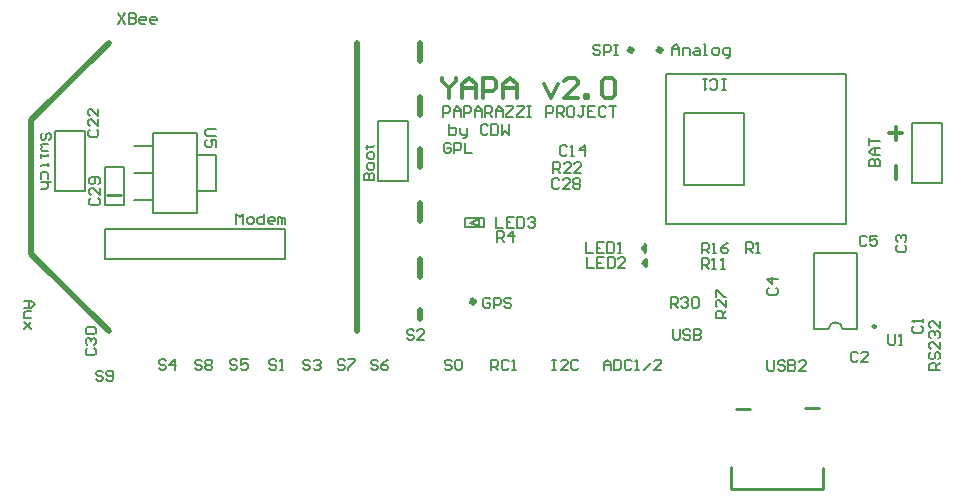
<source format=gto>
%FSAX24Y24*%
%MOIN*%
G70*
G01*
G75*
G04 Layer_Color=65535*
%ADD10R,0.0433X0.0394*%
%ADD11R,0.0394X0.0433*%
%ADD12R,0.0315X0.0315*%
%ADD13R,0.0846X0.0157*%
%ADD14R,0.0846X0.0157*%
%ADD15R,0.0472X0.0472*%
%ADD16R,0.0591X0.1299*%
%ADD17R,0.0591X0.0394*%
%ADD18R,0.0197X0.0886*%
%ADD19R,0.0807X0.1575*%
%ADD20R,0.0807X0.1378*%
%ADD21R,0.0807X0.1378*%
%ADD22R,0.0315X0.0591*%
%ADD23R,0.0591X0.0512*%
%ADD24C,0.0100*%
%ADD25C,0.0150*%
%ADD26C,0.0080*%
%ADD27C,0.0350*%
%ADD28C,0.0250*%
%ADD29C,0.0200*%
%ADD30C,0.0591*%
%ADD31R,0.0591X0.0591*%
%ADD32R,0.0591X0.0591*%
%ADD33P,0.2131X8X22.5*%
%ADD34C,0.0700*%
%ADD35O,0.0551X0.0591*%
%ADD36C,0.0500*%
%ADD37C,0.0472*%
%ADD38C,0.0315*%
%ADD39C,0.0276*%
%ADD40C,0.0350*%
%ADD41C,0.0354*%
%ADD42R,0.0787X0.0945*%
%ADD43R,0.0472X0.0354*%
%ADD44O,0.0551X0.0110*%
%ADD45R,0.0551X0.0110*%
%ADD46O,0.0110X0.0551*%
%ADD47O,0.0551X0.0110*%
%ADD48R,0.0433X0.0157*%
%ADD49O,0.0433X0.0157*%
%ADD50R,0.0315X0.0354*%
%ADD51R,0.0354X0.0236*%
%ADD52C,0.0070*%
%ADD53C,0.0090*%
%ADD54C,0.0098*%
%ADD55C,0.0079*%
%ADD56C,0.0050*%
%ADD57C,0.0197*%
%ADD58C,0.0120*%
D24*
X045880Y021730D02*
X046000Y021610D01*
Y021850D01*
X045880Y021730D02*
X046000Y021850D01*
X045890Y021240D02*
X046010Y021120D01*
Y021360D01*
X045890Y021240D02*
X046010Y021360D01*
X028054Y023514D02*
X028526D01*
X051925Y013713D02*
Y014385D01*
X048855Y013713D02*
Y014415D01*
Y013713D02*
X051925D01*
X049010Y016380D02*
X049480D01*
X051310Y016400D02*
X051780D01*
D29*
X040290Y019940D02*
G03*
X040290Y019940I-000045J000000D01*
G01*
X046520Y028330D02*
G03*
X046520Y028330I-000046J000000D01*
G01*
X045550D02*
G03*
X045550Y028330I-000045J000000D01*
G01*
D52*
X032370Y022530D02*
Y022880D01*
X032487Y022763D01*
X032603Y022880D01*
Y022530D01*
X032778D02*
X032895D01*
X032953Y022588D01*
Y022705D01*
X032895Y022763D01*
X032778D01*
X032720Y022705D01*
Y022588D01*
X032778Y022530D01*
X033303Y022880D02*
Y022530D01*
X033128D01*
X033070Y022588D01*
Y022705D01*
X033128Y022763D01*
X033303D01*
X033595Y022530D02*
X033478D01*
X033420Y022588D01*
Y022705D01*
X033478Y022763D01*
X033595D01*
X033653Y022705D01*
Y022647D01*
X033420D01*
X033770Y022530D02*
Y022763D01*
X033828D01*
X033886Y022705D01*
Y022530D01*
Y022705D01*
X033944Y022763D01*
X034003Y022705D01*
Y022530D01*
X036620Y023990D02*
X036970D01*
Y024165D01*
X036912Y024223D01*
X036853D01*
X036795Y024165D01*
Y023990D01*
Y024165D01*
X036737Y024223D01*
X036678D01*
X036620Y024165D01*
Y023990D01*
X036970Y024398D02*
Y024515D01*
X036912Y024573D01*
X036795D01*
X036737Y024515D01*
Y024398D01*
X036795Y024340D01*
X036912D01*
X036970Y024398D01*
Y024748D02*
Y024865D01*
X036912Y024923D01*
X036795D01*
X036737Y024865D01*
Y024748D01*
X036795Y024690D01*
X036912D01*
X036970Y024748D01*
X036678Y025098D02*
X036737D01*
Y025040D01*
Y025156D01*
Y025098D01*
X036912D01*
X036970Y025156D01*
X054100Y018860D02*
Y018568D01*
X054158Y018510D01*
X054275D01*
X054333Y018568D01*
Y018860D01*
X054450Y018510D02*
X054567D01*
X054508D01*
Y018860D01*
X054450Y018802D01*
X047890Y021560D02*
Y021910D01*
X048065D01*
X048123Y021852D01*
Y021735D01*
X048065Y021677D01*
X047890D01*
X048007D02*
X048123Y021560D01*
X048240D02*
X048357D01*
X048298D01*
Y021910D01*
X048240Y021852D01*
X048765Y021910D02*
X048648Y021852D01*
X048531Y021735D01*
Y021618D01*
X048590Y021560D01*
X048706D01*
X048765Y021618D01*
Y021677D01*
X048706Y021735D01*
X048531D01*
X047880Y021040D02*
Y021390D01*
X048055D01*
X048113Y021332D01*
Y021215D01*
X048055Y021157D01*
X047880D01*
X047997D02*
X048113Y021040D01*
X048230D02*
X048347D01*
X048288D01*
Y021390D01*
X048230Y021332D01*
X048521Y021040D02*
X048638D01*
X048580D01*
Y021390D01*
X048521Y021332D01*
X049350Y021570D02*
Y021920D01*
X049525D01*
X049583Y021862D01*
Y021745D01*
X049525Y021687D01*
X049350D01*
X049467D02*
X049583Y021570D01*
X049700D02*
X049817D01*
X049758D01*
Y021920D01*
X049700Y021862D01*
X044040Y021420D02*
Y021070D01*
X044273D01*
X044623Y021420D02*
X044390D01*
Y021070D01*
X044623D01*
X044390Y021245D02*
X044507D01*
X044740Y021420D02*
Y021070D01*
X044915D01*
X044973Y021128D01*
Y021362D01*
X044915Y021420D01*
X044740D01*
X045323Y021070D02*
X045090D01*
X045323Y021303D01*
Y021362D01*
X045265Y021420D01*
X045148D01*
X045090Y021362D01*
X044030Y021920D02*
Y021570D01*
X044263D01*
X044613Y021920D02*
X044380D01*
Y021570D01*
X044613D01*
X044380Y021745D02*
X044497D01*
X044730Y021920D02*
Y021570D01*
X044905D01*
X044963Y021628D01*
Y021862D01*
X044905Y021920D01*
X044730D01*
X045080Y021570D02*
X045196D01*
X045138D01*
Y021920D01*
X045080Y021862D01*
X053373Y022082D02*
X053315Y022140D01*
X053198D01*
X053140Y022082D01*
Y021848D01*
X053198Y021790D01*
X053315D01*
X053373Y021848D01*
X053723Y022140D02*
X053490D01*
Y021965D01*
X053607Y022023D01*
X053665D01*
X053723Y021965D01*
Y021848D01*
X053665Y021790D01*
X053548D01*
X053490Y021848D01*
X054408Y021823D02*
X054350Y021765D01*
Y021648D01*
X054408Y021590D01*
X054642D01*
X054700Y021648D01*
Y021765D01*
X054642Y021823D01*
X054408Y021940D02*
X054350Y021998D01*
Y022115D01*
X054408Y022173D01*
X054467D01*
X054525Y022115D01*
Y022057D01*
Y022115D01*
X054583Y022173D01*
X054642D01*
X054700Y022115D01*
Y021998D01*
X054642Y021940D01*
X053083Y018222D02*
X053025Y018280D01*
X052908D01*
X052850Y018222D01*
Y017988D01*
X052908Y017930D01*
X053025D01*
X053083Y017988D01*
X053433Y017930D02*
X053200D01*
X053433Y018163D01*
Y018222D01*
X053375Y018280D01*
X053258D01*
X053200Y018222D01*
X054948Y019133D02*
X054890Y019075D01*
Y018958D01*
X054948Y018900D01*
X055182D01*
X055240Y018958D01*
Y019075D01*
X055182Y019133D01*
X055240Y019250D02*
Y019367D01*
Y019308D01*
X054890D01*
X054948Y019250D01*
X050118Y020413D02*
X050060Y020355D01*
Y020238D01*
X050118Y020180D01*
X050352D01*
X050410Y020238D01*
Y020355D01*
X050352Y020413D01*
X050410Y020705D02*
X050060D01*
X050235Y020530D01*
Y020763D01*
X040855Y017660D02*
Y018010D01*
X041030D01*
X041088Y017952D01*
Y017835D01*
X041030Y017777D01*
X040855D01*
X040972D02*
X041088Y017660D01*
X041438Y017952D02*
X041380Y018010D01*
X041263D01*
X041205Y017952D01*
Y017718D01*
X041263Y017660D01*
X041380D01*
X041438Y017718D01*
X041555Y017660D02*
X041671D01*
X041613D01*
Y018010D01*
X041555Y017952D01*
X039543D02*
X039485Y018010D01*
X039368D01*
X039310Y017952D01*
Y017893D01*
X039368Y017835D01*
X039485D01*
X039543Y017777D01*
Y017718D01*
X039485Y017660D01*
X039368D01*
X039310Y017718D01*
X039660Y017952D02*
X039718Y018010D01*
X039835D01*
X039893Y017952D01*
Y017718D01*
X039835Y017660D01*
X039718D01*
X039660Y017718D01*
Y017952D01*
X038283Y018962D02*
X038225Y019020D01*
X038108D01*
X038050Y018962D01*
Y018903D01*
X038108Y018845D01*
X038225D01*
X038283Y018787D01*
Y018728D01*
X038225Y018670D01*
X038108D01*
X038050Y018728D01*
X038633Y018670D02*
X038400D01*
X038633Y018903D01*
Y018962D01*
X038575Y019020D01*
X038458D01*
X038400Y018962D01*
X042890Y018010D02*
X043007D01*
X042948D01*
Y017660D01*
X042890D01*
X043007D01*
X043415D02*
X043182D01*
X043415Y017893D01*
Y017952D01*
X043357Y018010D01*
X043240D01*
X043182Y017952D01*
X043765D02*
X043706Y018010D01*
X043590D01*
X043531Y017952D01*
Y017718D01*
X043590Y017660D01*
X043706D01*
X043765Y017718D01*
X041060Y021940D02*
Y022290D01*
X041235D01*
X041293Y022232D01*
Y022115D01*
X041235Y022057D01*
X041060D01*
X041177D02*
X041293Y021940D01*
X041585D02*
Y022290D01*
X041410Y022115D01*
X041643D01*
X043133Y023992D02*
X043075Y024050D01*
X042958D01*
X042900Y023992D01*
Y023758D01*
X042958Y023700D01*
X043075D01*
X043133Y023758D01*
X043483Y023700D02*
X043250D01*
X043483Y023933D01*
Y023992D01*
X043425Y024050D01*
X043308D01*
X043250Y023992D01*
X043600D02*
X043658Y024050D01*
X043775D01*
X043833Y023992D01*
Y023933D01*
X043775Y023875D01*
X043833Y023817D01*
Y023758D01*
X043775Y023700D01*
X043658D01*
X043600Y023758D01*
Y023817D01*
X043658Y023875D01*
X043600Y023933D01*
Y023992D01*
X043658Y023875D02*
X043775D01*
X042930Y024240D02*
Y024590D01*
X043105D01*
X043163Y024532D01*
Y024415D01*
X043105Y024357D01*
X042930D01*
X043047D02*
X043163Y024240D01*
X043513D02*
X043280D01*
X043513Y024473D01*
Y024532D01*
X043455Y024590D01*
X043338D01*
X043280Y024532D01*
X043863Y024240D02*
X043630D01*
X043863Y024473D01*
Y024532D01*
X043805Y024590D01*
X043688D01*
X043630Y024532D01*
X046890Y028180D02*
Y028413D01*
X047007Y028530D01*
X047123Y028413D01*
Y028180D01*
Y028355D01*
X046890D01*
X047240Y028180D02*
Y028413D01*
X047415D01*
X047473Y028355D01*
Y028180D01*
X047648Y028413D02*
X047765D01*
X047823Y028355D01*
Y028180D01*
X047648D01*
X047590Y028238D01*
X047648Y028297D01*
X047823D01*
X047940Y028180D02*
X048056D01*
X047998D01*
Y028530D01*
X047940D01*
X048290Y028180D02*
X048406D01*
X048464Y028238D01*
Y028355D01*
X048406Y028413D01*
X048290D01*
X048231Y028355D01*
Y028238D01*
X048290Y028180D01*
X048698Y028063D02*
X048756D01*
X048814Y028122D01*
Y028413D01*
X048639D01*
X048581Y028355D01*
Y028238D01*
X048639Y028180D01*
X048814D01*
X043393Y025102D02*
X043335Y025160D01*
X043218D01*
X043160Y025102D01*
Y024868D01*
X043218Y024810D01*
X043335D01*
X043393Y024868D01*
X043510Y024810D02*
X043627D01*
X043568D01*
Y025160D01*
X043510Y025102D01*
X043976Y024810D02*
Y025160D01*
X043801Y024985D01*
X044035D01*
X027913Y017582D02*
X027855Y017640D01*
X027738D01*
X027680Y017582D01*
Y017523D01*
X027738Y017465D01*
X027855D01*
X027913Y017407D01*
Y017348D01*
X027855Y017290D01*
X027738D01*
X027680Y017348D01*
X028030D02*
X028088Y017290D01*
X028205D01*
X028263Y017348D01*
Y017582D01*
X028205Y017640D01*
X028088D01*
X028030Y017582D01*
Y017523D01*
X028088Y017465D01*
X028263D01*
X030013Y017962D02*
X029955Y018020D01*
X029838D01*
X029780Y017962D01*
Y017903D01*
X029838Y017845D01*
X029955D01*
X030013Y017787D01*
Y017728D01*
X029955Y017670D01*
X029838D01*
X029780Y017728D01*
X030305Y017670D02*
Y018020D01*
X030130Y017845D01*
X030363D01*
X031213Y017952D02*
X031155Y018010D01*
X031038D01*
X030980Y017952D01*
Y017893D01*
X031038Y017835D01*
X031155D01*
X031213Y017777D01*
Y017718D01*
X031155Y017660D01*
X031038D01*
X030980Y017718D01*
X031330Y017952D02*
X031388Y018010D01*
X031505D01*
X031563Y017952D01*
Y017893D01*
X031505Y017835D01*
X031563Y017777D01*
Y017718D01*
X031505Y017660D01*
X031388D01*
X031330Y017718D01*
Y017777D01*
X031388Y017835D01*
X031330Y017893D01*
Y017952D01*
X031388Y017835D02*
X031505D01*
X032393Y017962D02*
X032335Y018020D01*
X032218D01*
X032160Y017962D01*
Y017903D01*
X032218Y017845D01*
X032335D01*
X032393Y017787D01*
Y017728D01*
X032335Y017670D01*
X032218D01*
X032160Y017728D01*
X032743Y018020D02*
X032510D01*
Y017845D01*
X032627Y017903D01*
X032685D01*
X032743Y017845D01*
Y017728D01*
X032685Y017670D01*
X032568D01*
X032510Y017728D01*
X033703Y017962D02*
X033645Y018020D01*
X033528D01*
X033470Y017962D01*
Y017903D01*
X033528Y017845D01*
X033645D01*
X033703Y017787D01*
Y017728D01*
X033645Y017670D01*
X033528D01*
X033470Y017728D01*
X033820Y017670D02*
X033937D01*
X033878D01*
Y018020D01*
X033820Y017962D01*
X035973D02*
X035915Y018020D01*
X035798D01*
X035740Y017962D01*
Y017903D01*
X035798Y017845D01*
X035915D01*
X035973Y017787D01*
Y017728D01*
X035915Y017670D01*
X035798D01*
X035740Y017728D01*
X036090Y018020D02*
X036323D01*
Y017962D01*
X036090Y017728D01*
Y017670D01*
X048690Y019400D02*
X048340D01*
Y019575D01*
X048398Y019633D01*
X048515D01*
X048573Y019575D01*
Y019400D01*
Y019517D02*
X048690Y019633D01*
Y019983D02*
Y019750D01*
X048457Y019983D01*
X048398D01*
X048340Y019925D01*
Y019808D01*
X048398Y019750D01*
X048340Y020100D02*
Y020333D01*
X048398D01*
X048632Y020100D01*
X048690D01*
X046840Y019740D02*
Y020090D01*
X047015D01*
X047073Y020032D01*
Y019915D01*
X047015Y019857D01*
X046840D01*
X046957D02*
X047073Y019740D01*
X047190Y020032D02*
X047248Y020090D01*
X047365D01*
X047423Y020032D01*
Y019973D01*
X047365Y019915D01*
X047307D01*
X047365D01*
X047423Y019857D01*
Y019798D01*
X047365Y019740D01*
X047248D01*
X047190Y019798D01*
X047540Y020032D02*
X047598Y020090D01*
X047715D01*
X047773Y020032D01*
Y019798D01*
X047715Y019740D01*
X047598D01*
X047540Y019798D01*
Y020032D01*
X027528Y023383D02*
X027470Y023325D01*
Y023208D01*
X027528Y023150D01*
X027762D01*
X027820Y023208D01*
Y023325D01*
X027762Y023383D01*
X027820Y023733D02*
Y023500D01*
X027587Y023733D01*
X027528D01*
X027470Y023675D01*
Y023558D01*
X027528Y023500D01*
X027762Y023850D02*
X027820Y023908D01*
Y024025D01*
X027762Y024083D01*
X027528D01*
X027470Y024025D01*
Y023908D01*
X027528Y023850D01*
X027587D01*
X027645Y023908D01*
Y024083D01*
X050070Y017990D02*
Y017698D01*
X050128Y017640D01*
X050245D01*
X050303Y017698D01*
Y017990D01*
X050653Y017932D02*
X050595Y017990D01*
X050478D01*
X050420Y017932D01*
Y017873D01*
X050478Y017815D01*
X050595D01*
X050653Y017757D01*
Y017698D01*
X050595Y017640D01*
X050478D01*
X050420Y017698D01*
X050770Y017990D02*
Y017640D01*
X050945D01*
X051003Y017698D01*
Y017757D01*
X050945Y017815D01*
X050770D01*
X050945D01*
X051003Y017873D01*
Y017932D01*
X050945Y017990D01*
X050770D01*
X051353Y017640D02*
X051120D01*
X051353Y017873D01*
Y017932D01*
X051295Y017990D01*
X051178D01*
X051120Y017932D01*
X028430Y029560D02*
X028663Y029210D01*
Y029560D02*
X028430Y029210D01*
X028780Y029560D02*
Y029210D01*
X028955D01*
X029013Y029268D01*
Y029327D01*
X028955Y029385D01*
X028780D01*
X028955D01*
X029013Y029443D01*
Y029502D01*
X028955Y029560D01*
X028780D01*
X029305Y029210D02*
X029188D01*
X029130Y029268D01*
Y029385D01*
X029188Y029443D01*
X029305D01*
X029363Y029385D01*
Y029327D01*
X029130D01*
X029655Y029210D02*
X029538D01*
X029480Y029268D01*
Y029385D01*
X029538Y029443D01*
X029655D01*
X029713Y029385D01*
Y029327D01*
X029480D01*
X044610Y017660D02*
Y017893D01*
X044727Y018010D01*
X044843Y017893D01*
Y017660D01*
Y017835D01*
X044610D01*
X044960Y018010D02*
Y017660D01*
X045135D01*
X045193Y017718D01*
Y017952D01*
X045135Y018010D01*
X044960D01*
X045543Y017952D02*
X045485Y018010D01*
X045368D01*
X045310Y017952D01*
Y017718D01*
X045368Y017660D01*
X045485D01*
X045543Y017718D01*
X045660Y017660D02*
X045776D01*
X045718D01*
Y018010D01*
X045660Y017952D01*
X045951Y017660D02*
X046184Y017893D01*
X046534Y017660D02*
X046301D01*
X046534Y017893D01*
Y017952D01*
X046476Y018010D01*
X046359D01*
X046301Y017952D01*
X055820Y017670D02*
X055470D01*
Y017845D01*
X055528Y017903D01*
X055645D01*
X055703Y017845D01*
Y017670D01*
Y017787D02*
X055820Y017903D01*
X055528Y018253D02*
X055470Y018195D01*
Y018078D01*
X055528Y018020D01*
X055587D01*
X055645Y018078D01*
Y018195D01*
X055703Y018253D01*
X055762D01*
X055820Y018195D01*
Y018078D01*
X055762Y018020D01*
X055820Y018603D02*
Y018370D01*
X055587Y018603D01*
X055528D01*
X055470Y018545D01*
Y018428D01*
X055528Y018370D01*
Y018720D02*
X055470Y018778D01*
Y018895D01*
X055528Y018953D01*
X055587D01*
X055645Y018895D01*
Y018836D01*
Y018895D01*
X055703Y018953D01*
X055762D01*
X055820Y018895D01*
Y018778D01*
X055762Y018720D01*
X055820Y019303D02*
Y019070D01*
X055587Y019303D01*
X055528D01*
X055470Y019244D01*
Y019128D01*
X055528Y019070D01*
X041030Y022760D02*
Y022410D01*
X041263D01*
X041613Y022760D02*
X041380D01*
Y022410D01*
X041613D01*
X041380Y022585D02*
X041497D01*
X041730Y022760D02*
Y022410D01*
X041905D01*
X041963Y022468D01*
Y022702D01*
X041905Y022760D01*
X041730D01*
X042080Y022702D02*
X042138Y022760D01*
X042255D01*
X042313Y022702D01*
Y022643D01*
X042255Y022585D01*
X042196D01*
X042255D01*
X042313Y022527D01*
Y022468D01*
X042255Y022410D01*
X042138D01*
X042080Y022468D01*
X027398Y018383D02*
X027340Y018325D01*
Y018208D01*
X027398Y018150D01*
X027632D01*
X027690Y018208D01*
Y018325D01*
X027632Y018383D01*
X027398Y018500D02*
X027340Y018558D01*
Y018675D01*
X027398Y018733D01*
X027457D01*
X027515Y018675D01*
Y018617D01*
Y018675D01*
X027573Y018733D01*
X027632D01*
X027690Y018675D01*
Y018558D01*
X027632Y018500D01*
X027398Y018850D02*
X027340Y018908D01*
Y019025D01*
X027398Y019083D01*
X027632D01*
X027690Y019025D01*
Y018908D01*
X027632Y018850D01*
X027398D01*
X046920Y019020D02*
Y018728D01*
X046978Y018670D01*
X047095D01*
X047153Y018728D01*
Y019020D01*
X047503Y018962D02*
X047445Y019020D01*
X047328D01*
X047270Y018962D01*
Y018903D01*
X047328Y018845D01*
X047445D01*
X047503Y018787D01*
Y018728D01*
X047445Y018670D01*
X047328D01*
X047270Y018728D01*
X047620Y019020D02*
Y018670D01*
X047795D01*
X047853Y018728D01*
Y018787D01*
X047795Y018845D01*
X047620D01*
X047795D01*
X047853Y018903D01*
Y018962D01*
X047795Y019020D01*
X047620D01*
X037083Y017952D02*
X037025Y018010D01*
X036908D01*
X036850Y017952D01*
Y017893D01*
X036908Y017835D01*
X037025D01*
X037083Y017777D01*
Y017718D01*
X037025Y017660D01*
X036908D01*
X036850Y017718D01*
X037433Y018010D02*
X037317Y017952D01*
X037200Y017835D01*
Y017718D01*
X037258Y017660D01*
X037375D01*
X037433Y017718D01*
Y017777D01*
X037375Y017835D01*
X037200D01*
X034823Y017952D02*
X034765Y018010D01*
X034648D01*
X034590Y017952D01*
Y017893D01*
X034648Y017835D01*
X034765D01*
X034823Y017777D01*
Y017718D01*
X034765Y017660D01*
X034648D01*
X034590Y017718D01*
X034940Y017952D02*
X034998Y018010D01*
X035115D01*
X035173Y017952D01*
Y017893D01*
X035115Y017835D01*
X035057D01*
X035115D01*
X035173Y017777D01*
Y017718D01*
X035115Y017660D01*
X034998D01*
X034940Y017718D01*
X044503Y028452D02*
X044445Y028510D01*
X044328D01*
X044270Y028452D01*
Y028393D01*
X044328Y028335D01*
X044445D01*
X044503Y028277D01*
Y028218D01*
X044445Y028160D01*
X044328D01*
X044270Y028218D01*
X044620Y028160D02*
Y028510D01*
X044795D01*
X044853Y028452D01*
Y028335D01*
X044795Y028277D01*
X044620D01*
X044970Y028510D02*
X045086D01*
X045028D01*
Y028160D01*
X044970D01*
X045086D01*
X027478Y025673D02*
X027420Y025615D01*
Y025498D01*
X027478Y025440D01*
X027712D01*
X027770Y025498D01*
Y025615D01*
X027712Y025673D01*
X027770Y026023D02*
Y025790D01*
X027537Y026023D01*
X027478D01*
X027420Y025965D01*
Y025848D01*
X027478Y025790D01*
X027770Y026373D02*
Y026140D01*
X027537Y026373D01*
X027478D01*
X027420Y026315D01*
Y026198D01*
X027478Y026140D01*
X031680Y025690D02*
X031388D01*
X031330Y025632D01*
Y025515D01*
X031388Y025457D01*
X031680D01*
Y025107D02*
Y025340D01*
X031505D01*
X031563Y025223D01*
Y025165D01*
X031505Y025107D01*
X031388D01*
X031330Y025165D01*
Y025282D01*
X031388Y025340D01*
X048680Y027000D02*
X048563D01*
X048622D01*
Y027350D01*
X048680D01*
X048563D01*
X048155Y027058D02*
X048213Y027000D01*
X048330D01*
X048388Y027058D01*
Y027292D01*
X048330Y027350D01*
X048213D01*
X048155Y027292D01*
X048039Y027350D02*
X047922D01*
X047980D01*
Y027000D01*
X048039Y027058D01*
X053470Y024470D02*
X053820D01*
Y024645D01*
X053762Y024703D01*
X053703D01*
X053645Y024645D01*
Y024470D01*
Y024645D01*
X053587Y024703D01*
X053528D01*
X053470Y024645D01*
Y024470D01*
X053820Y024820D02*
X053587D01*
X053470Y024937D01*
X053587Y025053D01*
X053820D01*
X053645D01*
Y024820D01*
X053470Y025170D02*
Y025403D01*
Y025286D01*
X053820D01*
X025290Y019970D02*
X025523D01*
X025640Y019853D01*
X025523Y019737D01*
X025290D01*
X025465D01*
Y019970D01*
X025523Y019620D02*
X025348D01*
X025290Y019562D01*
Y019387D01*
X025523D01*
Y019270D02*
X025290Y019037D01*
X025407Y019154D01*
X025523Y019037D01*
X025290Y019270D01*
X026132Y025327D02*
X026190Y025385D01*
Y025502D01*
X026132Y025560D01*
X026073D01*
X026015Y025502D01*
Y025385D01*
X025957Y025327D01*
X025898D01*
X025840Y025385D01*
Y025502D01*
X025898Y025560D01*
X026073Y025210D02*
X025898D01*
X025840Y025152D01*
X025898Y025093D01*
X025840Y025035D01*
X025898Y024977D01*
X026073D01*
X025840Y024860D02*
Y024744D01*
Y024802D01*
X026073D01*
Y024860D01*
X026132Y024510D02*
X026073D01*
Y024569D01*
Y024452D01*
Y024510D01*
X025898D01*
X025840Y024452D01*
X026073Y024044D02*
Y024219D01*
X026015Y024277D01*
X025898D01*
X025840Y024219D01*
Y024044D01*
X026190Y023927D02*
X025840D01*
X026015D01*
X026073Y023869D01*
Y023752D01*
X026015Y023694D01*
X025840D01*
X040833Y020022D02*
X040775Y020080D01*
X040658D01*
X040600Y020022D01*
Y019788D01*
X040658Y019730D01*
X040775D01*
X040833Y019788D01*
Y019905D01*
X040717D01*
X040950Y019730D02*
Y020080D01*
X041125D01*
X041183Y020022D01*
Y019905D01*
X041125Y019847D01*
X040950D01*
X041533Y020022D02*
X041475Y020080D01*
X041358D01*
X041300Y020022D01*
Y019963D01*
X041358Y019905D01*
X041475D01*
X041533Y019847D01*
Y019788D01*
X041475Y019730D01*
X041358D01*
X041300Y019788D01*
X039470Y025860D02*
Y025510D01*
X039645D01*
X039703Y025568D01*
Y025627D01*
Y025685D01*
X039645Y025743D01*
X039470D01*
X039820D02*
Y025568D01*
X039878Y025510D01*
X040053D01*
Y025452D01*
X039995Y025393D01*
X039937D01*
X040053Y025510D02*
Y025743D01*
X040753Y025802D02*
X040695Y025860D01*
X040578D01*
X040520Y025802D01*
Y025568D01*
X040578Y025510D01*
X040695D01*
X040753Y025568D01*
X040870Y025860D02*
Y025510D01*
X041044D01*
X041103Y025568D01*
Y025802D01*
X041044Y025860D01*
X040870D01*
X041219D02*
Y025510D01*
X041336Y025627D01*
X041453Y025510D01*
Y025860D01*
X039260Y026110D02*
Y026460D01*
X039435D01*
X039493Y026402D01*
Y026285D01*
X039435Y026227D01*
X039260D01*
X039610Y026110D02*
Y026343D01*
X039727Y026460D01*
X039843Y026343D01*
Y026110D01*
Y026285D01*
X039610D01*
X039960Y026110D02*
Y026460D01*
X040135D01*
X040193Y026402D01*
Y026285D01*
X040135Y026227D01*
X039960D01*
X040310Y026110D02*
Y026343D01*
X040426Y026460D01*
X040543Y026343D01*
Y026110D01*
Y026285D01*
X040310D01*
X040660Y026110D02*
Y026460D01*
X040834D01*
X040893Y026402D01*
Y026285D01*
X040834Y026227D01*
X040660D01*
X040776D02*
X040893Y026110D01*
X041009D02*
Y026343D01*
X041126Y026460D01*
X041243Y026343D01*
Y026110D01*
Y026285D01*
X041009D01*
X041359Y026460D02*
X041593D01*
Y026402D01*
X041359Y026168D01*
Y026110D01*
X041593D01*
X041709Y026460D02*
X041942D01*
Y026402D01*
X041709Y026168D01*
Y026110D01*
X041942D01*
X042059Y026460D02*
X042176D01*
X042117D01*
Y026110D01*
X042059D01*
X042176D01*
X042701D02*
Y026460D01*
X042875D01*
X042934Y026402D01*
Y026285D01*
X042875Y026227D01*
X042701D01*
X043050Y026110D02*
Y026460D01*
X043225D01*
X043284Y026402D01*
Y026285D01*
X043225Y026227D01*
X043050D01*
X043167D02*
X043284Y026110D01*
X043575Y026460D02*
X043459D01*
X043400Y026402D01*
Y026168D01*
X043459Y026110D01*
X043575D01*
X043634Y026168D01*
Y026402D01*
X043575Y026460D01*
X043983D02*
X043867D01*
X043925D01*
Y026168D01*
X043867Y026110D01*
X043809D01*
X043750Y026168D01*
X044333Y026460D02*
X044100D01*
Y026110D01*
X044333D01*
X044100Y026285D02*
X044217D01*
X044683Y026402D02*
X044625Y026460D01*
X044508D01*
X044450Y026402D01*
Y026168D01*
X044508Y026110D01*
X044625D01*
X044683Y026168D01*
X044800Y026460D02*
X045033D01*
X044917D01*
Y026110D01*
X039513Y025182D02*
X039455Y025240D01*
X039338D01*
X039280Y025182D01*
Y024948D01*
X039338Y024890D01*
X039455D01*
X039513Y024948D01*
Y025065D01*
X039397D01*
X039630Y024890D02*
Y025240D01*
X039805D01*
X039863Y025182D01*
Y025065D01*
X039805Y025007D01*
X039630D01*
X039980Y025240D02*
Y024890D01*
X040213D01*
D54*
X053679Y019109D02*
G03*
X053679Y019109I-000049J000000D01*
G01*
D55*
X052576Y019020D02*
G03*
X052104Y019020I-000236J000000D01*
G01*
X028000Y022350D02*
X034000D01*
X028000Y021350D02*
X034000D01*
Y022350D01*
X028000Y021350D02*
Y022350D01*
X052576Y019020D02*
X053049D01*
X051631D02*
X052104D01*
X051631Y021580D02*
X053049D01*
Y019020D02*
Y021580D01*
X051631Y019020D02*
Y021580D01*
X054900Y023890D02*
Y025890D01*
Y023890D02*
X055900D01*
Y025890D01*
X054900D02*
X055900D01*
X027310Y023630D02*
Y025630D01*
X026310D02*
X027310D01*
X026310Y023630D02*
Y025630D01*
Y023630D02*
X027310D01*
X038100Y023970D02*
Y025970D01*
X037100D02*
X038100D01*
X037100Y023970D02*
Y025970D01*
Y023970D02*
X038100D01*
D56*
X027975Y024420D02*
X028605D01*
Y023160D02*
Y024420D01*
X027975Y023160D02*
X028605D01*
X027975D02*
Y024420D01*
X039995Y022737D02*
X040625D01*
X039995Y022423D02*
Y022737D01*
Y022423D02*
X040625D01*
Y022737D01*
X040467Y022462D02*
Y022698D01*
X040153Y022580D02*
X040467Y022698D01*
X040153Y022580D02*
X040467Y022462D01*
X028950Y023324D02*
X029592D01*
X028950Y024230D02*
X029592D01*
X028950Y025136D02*
X029592D01*
X031048Y023639D02*
X031690D01*
X031048Y024821D02*
X031690D01*
X031048Y022911D02*
Y025549D01*
X029592Y022911D02*
X031048D01*
X029592D02*
Y025549D01*
X031048D01*
X031690Y023639D02*
Y024821D01*
X052690Y022530D02*
Y027530D01*
X046690Y022530D02*
X052690D01*
X046690D02*
Y027530D01*
X052690D01*
X047290Y023830D02*
X049290D01*
Y026230D01*
X047290D02*
X049290D01*
X047290Y023830D02*
Y026230D01*
D57*
X038500Y022640D02*
Y023240D01*
Y024440D02*
Y025040D01*
Y027960D02*
Y028560D01*
Y026160D02*
Y026760D01*
X038487Y020761D02*
Y021362D01*
X038480Y019360D02*
Y019650D01*
X025530Y025991D02*
X028105Y028566D01*
X025530Y021531D02*
Y025991D01*
Y021531D02*
X028105Y018960D01*
X036400D02*
Y028566D01*
D58*
X039220Y027410D02*
Y027296D01*
X039447Y027070D01*
X039673Y027296D01*
Y027410D01*
X039447Y027070D02*
Y026730D01*
X039900D02*
Y027183D01*
X040126Y027410D01*
X040353Y027183D01*
Y026730D01*
Y027070D01*
X039900D01*
X040580Y026730D02*
Y027410D01*
X040919D01*
X041033Y027296D01*
Y027070D01*
X040919Y026957D01*
X040580D01*
X041259Y026730D02*
Y027183D01*
X041486Y027410D01*
X041713Y027183D01*
Y026730D01*
Y027070D01*
X041259D01*
X042619Y027183D02*
X042845Y026730D01*
X043072Y027183D01*
X043752Y026730D02*
X043299D01*
X043752Y027183D01*
Y027296D01*
X043639Y027410D01*
X043412D01*
X043299Y027296D01*
X043978Y026730D02*
Y026843D01*
X044092D01*
Y026730D01*
X043978D01*
X044545Y027296D02*
X044658Y027410D01*
X044885D01*
X044998Y027296D01*
Y026843D01*
X044885Y026730D01*
X044658D01*
X044545Y026843D01*
Y027296D01*
X054345Y025770D02*
Y025337D01*
X054561Y025553D02*
X054128D01*
X054345Y024470D02*
Y024037D01*
M02*

</source>
